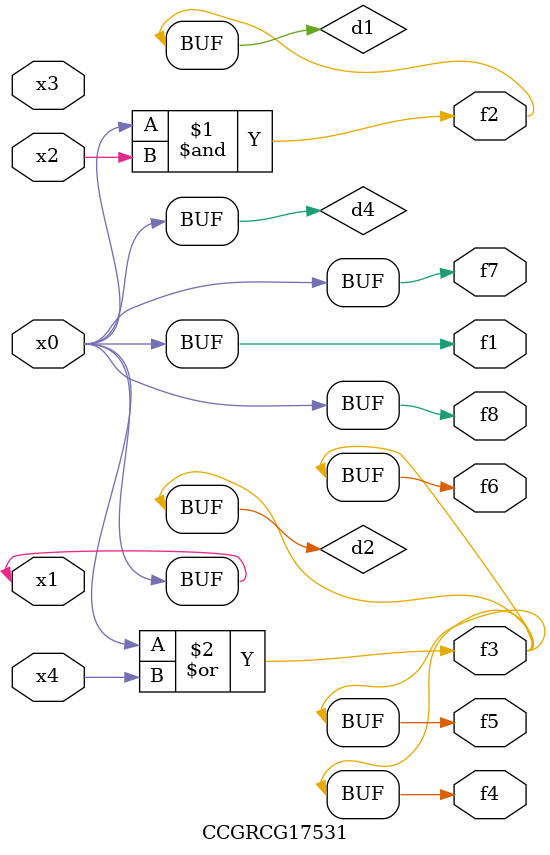
<source format=v>
module CCGRCG17531(
	input x0, x1, x2, x3, x4,
	output f1, f2, f3, f4, f5, f6, f7, f8
);

	wire d1, d2, d3, d4;

	and (d1, x0, x2);
	or (d2, x0, x4);
	nand (d3, x0, x2);
	buf (d4, x0, x1);
	assign f1 = d4;
	assign f2 = d1;
	assign f3 = d2;
	assign f4 = d2;
	assign f5 = d2;
	assign f6 = d2;
	assign f7 = d4;
	assign f8 = d4;
endmodule

</source>
